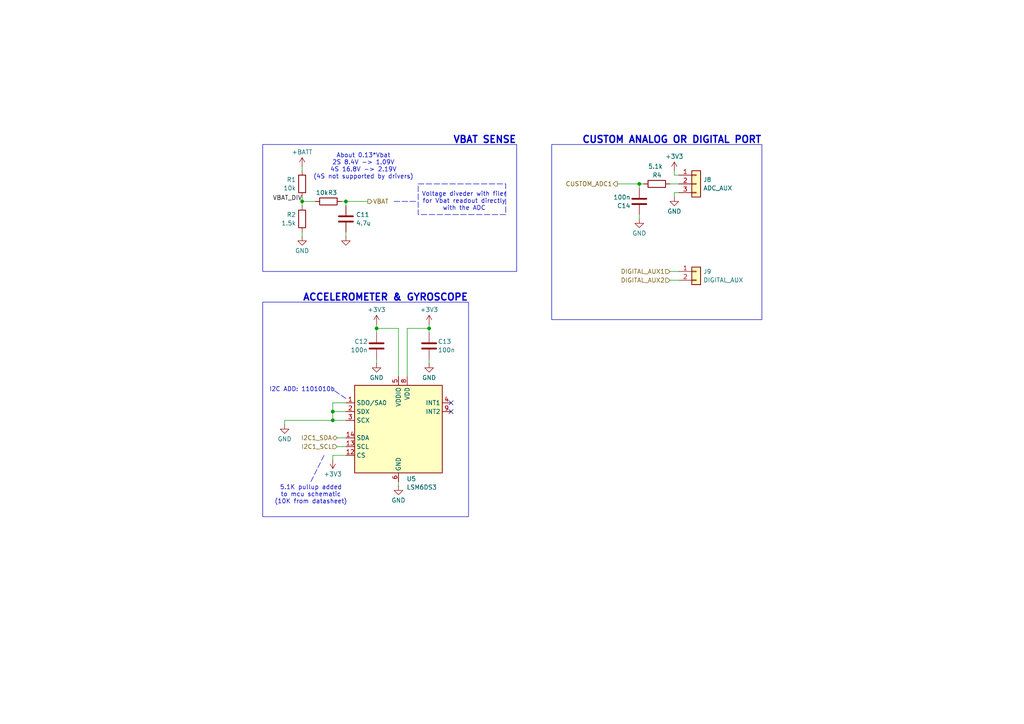
<source format=kicad_sch>
(kicad_sch
	(version 20250114)
	(generator "eeschema")
	(generator_version "9.0")
	(uuid "c7f7f791-9a84-46ad-b66b-2fa59e92b8e1")
	(paper "A4")
	(title_block
		(title "Ant Robot control board")
		(date "2025-05-05")
		(rev "2.0")
		(company "Filippo Castellan")
	)
	(lib_symbols
		(symbol "Connector_Generic:Conn_01x02"
			(pin_names
				(offset 1.016)
				(hide yes)
			)
			(exclude_from_sim no)
			(in_bom yes)
			(on_board yes)
			(property "Reference" "J"
				(at 0 2.54 0)
				(effects
					(font
						(size 1.27 1.27)
					)
				)
			)
			(property "Value" "Conn_01x02"
				(at 0 -5.08 0)
				(effects
					(font
						(size 1.27 1.27)
					)
				)
			)
			(property "Footprint" ""
				(at 0 0 0)
				(effects
					(font
						(size 1.27 1.27)
					)
					(hide yes)
				)
			)
			(property "Datasheet" "~"
				(at 0 0 0)
				(effects
					(font
						(size 1.27 1.27)
					)
					(hide yes)
				)
			)
			(property "Description" "Generic connector, single row, 01x02, script generated (kicad-library-utils/schlib/autogen/connector/)"
				(at 0 0 0)
				(effects
					(font
						(size 1.27 1.27)
					)
					(hide yes)
				)
			)
			(property "ki_keywords" "connector"
				(at 0 0 0)
				(effects
					(font
						(size 1.27 1.27)
					)
					(hide yes)
				)
			)
			(property "ki_fp_filters" "Connector*:*_1x??_*"
				(at 0 0 0)
				(effects
					(font
						(size 1.27 1.27)
					)
					(hide yes)
				)
			)
			(symbol "Conn_01x02_1_1"
				(rectangle
					(start -1.27 1.27)
					(end 1.27 -3.81)
					(stroke
						(width 0.254)
						(type default)
					)
					(fill
						(type background)
					)
				)
				(rectangle
					(start -1.27 0.127)
					(end 0 -0.127)
					(stroke
						(width 0.1524)
						(type default)
					)
					(fill
						(type none)
					)
				)
				(rectangle
					(start -1.27 -2.413)
					(end 0 -2.667)
					(stroke
						(width 0.1524)
						(type default)
					)
					(fill
						(type none)
					)
				)
				(pin passive line
					(at -5.08 0 0)
					(length 3.81)
					(name "Pin_1"
						(effects
							(font
								(size 1.27 1.27)
							)
						)
					)
					(number "1"
						(effects
							(font
								(size 1.27 1.27)
							)
						)
					)
				)
				(pin passive line
					(at -5.08 -2.54 0)
					(length 3.81)
					(name "Pin_2"
						(effects
							(font
								(size 1.27 1.27)
							)
						)
					)
					(number "2"
						(effects
							(font
								(size 1.27 1.27)
							)
						)
					)
				)
			)
			(embedded_fonts no)
		)
		(symbol "Connector_Generic:Conn_01x03"
			(pin_names
				(offset 1.016)
				(hide yes)
			)
			(exclude_from_sim no)
			(in_bom yes)
			(on_board yes)
			(property "Reference" "J"
				(at 0 5.08 0)
				(effects
					(font
						(size 1.27 1.27)
					)
				)
			)
			(property "Value" "Conn_01x03"
				(at 0 -5.08 0)
				(effects
					(font
						(size 1.27 1.27)
					)
				)
			)
			(property "Footprint" ""
				(at 0 0 0)
				(effects
					(font
						(size 1.27 1.27)
					)
					(hide yes)
				)
			)
			(property "Datasheet" "~"
				(at 0 0 0)
				(effects
					(font
						(size 1.27 1.27)
					)
					(hide yes)
				)
			)
			(property "Description" "Generic connector, single row, 01x03, script generated (kicad-library-utils/schlib/autogen/connector/)"
				(at 0 0 0)
				(effects
					(font
						(size 1.27 1.27)
					)
					(hide yes)
				)
			)
			(property "ki_keywords" "connector"
				(at 0 0 0)
				(effects
					(font
						(size 1.27 1.27)
					)
					(hide yes)
				)
			)
			(property "ki_fp_filters" "Connector*:*_1x??_*"
				(at 0 0 0)
				(effects
					(font
						(size 1.27 1.27)
					)
					(hide yes)
				)
			)
			(symbol "Conn_01x03_1_1"
				(rectangle
					(start -1.27 3.81)
					(end 1.27 -3.81)
					(stroke
						(width 0.254)
						(type default)
					)
					(fill
						(type background)
					)
				)
				(rectangle
					(start -1.27 2.667)
					(end 0 2.413)
					(stroke
						(width 0.1524)
						(type default)
					)
					(fill
						(type none)
					)
				)
				(rectangle
					(start -1.27 0.127)
					(end 0 -0.127)
					(stroke
						(width 0.1524)
						(type default)
					)
					(fill
						(type none)
					)
				)
				(rectangle
					(start -1.27 -2.413)
					(end 0 -2.667)
					(stroke
						(width 0.1524)
						(type default)
					)
					(fill
						(type none)
					)
				)
				(pin passive line
					(at -5.08 2.54 0)
					(length 3.81)
					(name "Pin_1"
						(effects
							(font
								(size 1.27 1.27)
							)
						)
					)
					(number "1"
						(effects
							(font
								(size 1.27 1.27)
							)
						)
					)
				)
				(pin passive line
					(at -5.08 0 0)
					(length 3.81)
					(name "Pin_2"
						(effects
							(font
								(size 1.27 1.27)
							)
						)
					)
					(number "2"
						(effects
							(font
								(size 1.27 1.27)
							)
						)
					)
				)
				(pin passive line
					(at -5.08 -2.54 0)
					(length 3.81)
					(name "Pin_3"
						(effects
							(font
								(size 1.27 1.27)
							)
						)
					)
					(number "3"
						(effects
							(font
								(size 1.27 1.27)
							)
						)
					)
				)
			)
			(embedded_fonts no)
		)
		(symbol "Device:C"
			(pin_numbers
				(hide yes)
			)
			(pin_names
				(offset 0.254)
			)
			(exclude_from_sim no)
			(in_bom yes)
			(on_board yes)
			(property "Reference" "C"
				(at 0.635 2.54 0)
				(effects
					(font
						(size 1.27 1.27)
					)
					(justify left)
				)
			)
			(property "Value" "C"
				(at 0.635 -2.54 0)
				(effects
					(font
						(size 1.27 1.27)
					)
					(justify left)
				)
			)
			(property "Footprint" ""
				(at 0.9652 -3.81 0)
				(effects
					(font
						(size 1.27 1.27)
					)
					(hide yes)
				)
			)
			(property "Datasheet" "~"
				(at 0 0 0)
				(effects
					(font
						(size 1.27 1.27)
					)
					(hide yes)
				)
			)
			(property "Description" "Unpolarized capacitor"
				(at 0 0 0)
				(effects
					(font
						(size 1.27 1.27)
					)
					(hide yes)
				)
			)
			(property "ki_keywords" "cap capacitor"
				(at 0 0 0)
				(effects
					(font
						(size 1.27 1.27)
					)
					(hide yes)
				)
			)
			(property "ki_fp_filters" "C_*"
				(at 0 0 0)
				(effects
					(font
						(size 1.27 1.27)
					)
					(hide yes)
				)
			)
			(symbol "C_0_1"
				(polyline
					(pts
						(xy -2.032 0.762) (xy 2.032 0.762)
					)
					(stroke
						(width 0.508)
						(type default)
					)
					(fill
						(type none)
					)
				)
				(polyline
					(pts
						(xy -2.032 -0.762) (xy 2.032 -0.762)
					)
					(stroke
						(width 0.508)
						(type default)
					)
					(fill
						(type none)
					)
				)
			)
			(symbol "C_1_1"
				(pin passive line
					(at 0 3.81 270)
					(length 2.794)
					(name "~"
						(effects
							(font
								(size 1.27 1.27)
							)
						)
					)
					(number "1"
						(effects
							(font
								(size 1.27 1.27)
							)
						)
					)
				)
				(pin passive line
					(at 0 -3.81 90)
					(length 2.794)
					(name "~"
						(effects
							(font
								(size 1.27 1.27)
							)
						)
					)
					(number "2"
						(effects
							(font
								(size 1.27 1.27)
							)
						)
					)
				)
			)
			(embedded_fonts no)
		)
		(symbol "Device:R"
			(pin_numbers
				(hide yes)
			)
			(pin_names
				(offset 0)
			)
			(exclude_from_sim no)
			(in_bom yes)
			(on_board yes)
			(property "Reference" "R"
				(at 2.032 0 90)
				(effects
					(font
						(size 1.27 1.27)
					)
				)
			)
			(property "Value" "R"
				(at 0 0 90)
				(effects
					(font
						(size 1.27 1.27)
					)
				)
			)
			(property "Footprint" ""
				(at -1.778 0 90)
				(effects
					(font
						(size 1.27 1.27)
					)
					(hide yes)
				)
			)
			(property "Datasheet" "~"
				(at 0 0 0)
				(effects
					(font
						(size 1.27 1.27)
					)
					(hide yes)
				)
			)
			(property "Description" "Resistor"
				(at 0 0 0)
				(effects
					(font
						(size 1.27 1.27)
					)
					(hide yes)
				)
			)
			(property "ki_keywords" "R res resistor"
				(at 0 0 0)
				(effects
					(font
						(size 1.27 1.27)
					)
					(hide yes)
				)
			)
			(property "ki_fp_filters" "R_*"
				(at 0 0 0)
				(effects
					(font
						(size 1.27 1.27)
					)
					(hide yes)
				)
			)
			(symbol "R_0_1"
				(rectangle
					(start -1.016 -2.54)
					(end 1.016 2.54)
					(stroke
						(width 0.254)
						(type default)
					)
					(fill
						(type none)
					)
				)
			)
			(symbol "R_1_1"
				(pin passive line
					(at 0 3.81 270)
					(length 1.27)
					(name "~"
						(effects
							(font
								(size 1.27 1.27)
							)
						)
					)
					(number "1"
						(effects
							(font
								(size 1.27 1.27)
							)
						)
					)
				)
				(pin passive line
					(at 0 -3.81 90)
					(length 1.27)
					(name "~"
						(effects
							(font
								(size 1.27 1.27)
							)
						)
					)
					(number "2"
						(effects
							(font
								(size 1.27 1.27)
							)
						)
					)
				)
			)
			(embedded_fonts no)
		)
		(symbol "Sensor_Motion:LSM6DS3"
			(exclude_from_sim no)
			(in_bom yes)
			(on_board yes)
			(property "Reference" "U"
				(at -11.43 15.24 0)
				(effects
					(font
						(size 1.27 1.27)
					)
					(justify left)
				)
			)
			(property "Value" "LSM6DS3"
				(at -11.43 12.7 0)
				(effects
					(font
						(size 1.27 1.27)
					)
					(justify left bottom)
				)
			)
			(property "Footprint" "Package_LGA:LGA-14_3x2.5mm_P0.5mm_LayoutBorder3x4y"
				(at -10.16 -17.78 0)
				(effects
					(font
						(size 1.27 1.27)
					)
					(justify left)
					(hide yes)
				)
			)
			(property "Datasheet" "https://www.st.com/resource/en/datasheet/lsm6ds3tr-c.pdf"
				(at 2.54 -16.51 0)
				(effects
					(font
						(size 1.27 1.27)
					)
					(hide yes)
				)
			)
			(property "Description" "I2C/SPI, iNEMO inertial module: always-on 3D accelerometer and 3D gyroscope"
				(at 0 0 0)
				(effects
					(font
						(size 1.27 1.27)
					)
					(hide yes)
				)
			)
			(property "ki_keywords" "Accelerometer Gyroscope MEMS"
				(at 0 0 0)
				(effects
					(font
						(size 1.27 1.27)
					)
					(hide yes)
				)
			)
			(property "ki_fp_filters" "LGA*3x2.5mm*P0.5mm*LayoutBorder3x4y*"
				(at 0 0 0)
				(effects
					(font
						(size 1.27 1.27)
					)
					(hide yes)
				)
			)
			(symbol "LSM6DS3_0_1"
				(rectangle
					(start -12.7 12.7)
					(end 12.7 -12.7)
					(stroke
						(width 0.254)
						(type default)
					)
					(fill
						(type background)
					)
				)
			)
			(symbol "LSM6DS3_1_1"
				(pin bidirectional line
					(at -15.24 7.62 0)
					(length 2.54)
					(name "SDO/SA0"
						(effects
							(font
								(size 1.27 1.27)
							)
						)
					)
					(number "1"
						(effects
							(font
								(size 1.27 1.27)
							)
						)
					)
				)
				(pin bidirectional line
					(at -15.24 5.08 0)
					(length 2.54)
					(name "SDX"
						(effects
							(font
								(size 1.27 1.27)
							)
						)
					)
					(number "2"
						(effects
							(font
								(size 1.27 1.27)
							)
						)
					)
				)
				(pin input line
					(at -15.24 2.54 0)
					(length 2.54)
					(name "SCX"
						(effects
							(font
								(size 1.27 1.27)
							)
						)
					)
					(number "3"
						(effects
							(font
								(size 1.27 1.27)
							)
						)
					)
				)
				(pin bidirectional line
					(at -15.24 -2.54 0)
					(length 2.54)
					(name "SDA"
						(effects
							(font
								(size 1.27 1.27)
							)
						)
					)
					(number "14"
						(effects
							(font
								(size 1.27 1.27)
							)
						)
					)
				)
				(pin input line
					(at -15.24 -5.08 0)
					(length 2.54)
					(name "SCL"
						(effects
							(font
								(size 1.27 1.27)
							)
						)
					)
					(number "13"
						(effects
							(font
								(size 1.27 1.27)
							)
						)
					)
				)
				(pin input line
					(at -15.24 -7.62 0)
					(length 2.54)
					(name "CS"
						(effects
							(font
								(size 1.27 1.27)
							)
						)
					)
					(number "12"
						(effects
							(font
								(size 1.27 1.27)
							)
						)
					)
				)
				(pin power_in line
					(at 0 15.24 270)
					(length 2.54)
					(name "VDDIO"
						(effects
							(font
								(size 1.27 1.27)
							)
						)
					)
					(number "5"
						(effects
							(font
								(size 1.27 1.27)
							)
						)
					)
				)
				(pin power_in line
					(at 0 -15.24 90)
					(length 2.54)
					(name "GND"
						(effects
							(font
								(size 1.27 1.27)
							)
						)
					)
					(number "6"
						(effects
							(font
								(size 1.27 1.27)
							)
						)
					)
				)
				(pin passive line
					(at 0 -15.24 90)
					(length 2.54)
					(hide yes)
					(name "GND"
						(effects
							(font
								(size 1.27 1.27)
							)
						)
					)
					(number "7"
						(effects
							(font
								(size 1.27 1.27)
							)
						)
					)
				)
				(pin power_in line
					(at 2.54 15.24 270)
					(length 2.54)
					(name "VDD"
						(effects
							(font
								(size 1.27 1.27)
							)
						)
					)
					(number "8"
						(effects
							(font
								(size 1.27 1.27)
							)
						)
					)
				)
				(pin no_connect line
					(at 12.7 -2.54 180)
					(length 3.81)
					(hide yes)
					(name "NC"
						(effects
							(font
								(size 1.27 1.27)
							)
						)
					)
					(number "11"
						(effects
							(font
								(size 1.27 1.27)
							)
						)
					)
				)
				(pin no_connect line
					(at 12.7 -5.08 180)
					(length 3.81)
					(hide yes)
					(name "NC"
						(effects
							(font
								(size 1.27 1.27)
							)
						)
					)
					(number "10"
						(effects
							(font
								(size 1.27 1.27)
							)
						)
					)
				)
				(pin output line
					(at 15.24 7.62 180)
					(length 2.54)
					(name "INT1"
						(effects
							(font
								(size 1.27 1.27)
							)
						)
					)
					(number "4"
						(effects
							(font
								(size 1.27 1.27)
							)
						)
					)
				)
				(pin output line
					(at 15.24 5.08 180)
					(length 2.54)
					(name "INT2"
						(effects
							(font
								(size 1.27 1.27)
							)
						)
					)
					(number "9"
						(effects
							(font
								(size 1.27 1.27)
							)
						)
					)
				)
			)
			(embedded_fonts no)
		)
		(symbol "power:+3V3"
			(power)
			(pin_numbers
				(hide yes)
			)
			(pin_names
				(offset 0)
				(hide yes)
			)
			(exclude_from_sim no)
			(in_bom yes)
			(on_board yes)
			(property "Reference" "#PWR"
				(at 0 -3.81 0)
				(effects
					(font
						(size 1.27 1.27)
					)
					(hide yes)
				)
			)
			(property "Value" "+3V3"
				(at 0 3.556 0)
				(effects
					(font
						(size 1.27 1.27)
					)
				)
			)
			(property "Footprint" ""
				(at 0 0 0)
				(effects
					(font
						(size 1.27 1.27)
					)
					(hide yes)
				)
			)
			(property "Datasheet" ""
				(at 0 0 0)
				(effects
					(font
						(size 1.27 1.27)
					)
					(hide yes)
				)
			)
			(property "Description" "Power symbol creates a global label with name \"+3V3\""
				(at 0 0 0)
				(effects
					(font
						(size 1.27 1.27)
					)
					(hide yes)
				)
			)
			(property "ki_keywords" "global power"
				(at 0 0 0)
				(effects
					(font
						(size 1.27 1.27)
					)
					(hide yes)
				)
			)
			(symbol "+3V3_0_1"
				(polyline
					(pts
						(xy -0.762 1.27) (xy 0 2.54)
					)
					(stroke
						(width 0)
						(type default)
					)
					(fill
						(type none)
					)
				)
				(polyline
					(pts
						(xy 0 2.54) (xy 0.762 1.27)
					)
					(stroke
						(width 0)
						(type default)
					)
					(fill
						(type none)
					)
				)
				(polyline
					(pts
						(xy 0 0) (xy 0 2.54)
					)
					(stroke
						(width 0)
						(type default)
					)
					(fill
						(type none)
					)
				)
			)
			(symbol "+3V3_1_1"
				(pin power_in line
					(at 0 0 90)
					(length 0)
					(name "~"
						(effects
							(font
								(size 1.27 1.27)
							)
						)
					)
					(number "1"
						(effects
							(font
								(size 1.27 1.27)
							)
						)
					)
				)
			)
			(embedded_fonts no)
		)
		(symbol "power:+BATT"
			(power)
			(pin_numbers
				(hide yes)
			)
			(pin_names
				(offset 0)
				(hide yes)
			)
			(exclude_from_sim no)
			(in_bom yes)
			(on_board yes)
			(property "Reference" "#PWR"
				(at 0 -3.81 0)
				(effects
					(font
						(size 1.27 1.27)
					)
					(hide yes)
				)
			)
			(property "Value" "+BATT"
				(at 0 3.556 0)
				(effects
					(font
						(size 1.27 1.27)
					)
				)
			)
			(property "Footprint" ""
				(at 0 0 0)
				(effects
					(font
						(size 1.27 1.27)
					)
					(hide yes)
				)
			)
			(property "Datasheet" ""
				(at 0 0 0)
				(effects
					(font
						(size 1.27 1.27)
					)
					(hide yes)
				)
			)
			(property "Description" "Power symbol creates a global label with name \"+BATT\""
				(at 0 0 0)
				(effects
					(font
						(size 1.27 1.27)
					)
					(hide yes)
				)
			)
			(property "ki_keywords" "global power battery"
				(at 0 0 0)
				(effects
					(font
						(size 1.27 1.27)
					)
					(hide yes)
				)
			)
			(symbol "+BATT_0_1"
				(polyline
					(pts
						(xy -0.762 1.27) (xy 0 2.54)
					)
					(stroke
						(width 0)
						(type default)
					)
					(fill
						(type none)
					)
				)
				(polyline
					(pts
						(xy 0 2.54) (xy 0.762 1.27)
					)
					(stroke
						(width 0)
						(type default)
					)
					(fill
						(type none)
					)
				)
				(polyline
					(pts
						(xy 0 0) (xy 0 2.54)
					)
					(stroke
						(width 0)
						(type default)
					)
					(fill
						(type none)
					)
				)
			)
			(symbol "+BATT_1_1"
				(pin power_in line
					(at 0 0 90)
					(length 0)
					(name "~"
						(effects
							(font
								(size 1.27 1.27)
							)
						)
					)
					(number "1"
						(effects
							(font
								(size 1.27 1.27)
							)
						)
					)
				)
			)
			(embedded_fonts no)
		)
		(symbol "power:GND"
			(power)
			(pin_numbers
				(hide yes)
			)
			(pin_names
				(offset 0)
				(hide yes)
			)
			(exclude_from_sim no)
			(in_bom yes)
			(on_board yes)
			(property "Reference" "#PWR"
				(at 0 -6.35 0)
				(effects
					(font
						(size 1.27 1.27)
					)
					(hide yes)
				)
			)
			(property "Value" "GND"
				(at 0 -3.81 0)
				(effects
					(font
						(size 1.27 1.27)
					)
				)
			)
			(property "Footprint" ""
				(at 0 0 0)
				(effects
					(font
						(size 1.27 1.27)
					)
					(hide yes)
				)
			)
			(property "Datasheet" ""
				(at 0 0 0)
				(effects
					(font
						(size 1.27 1.27)
					)
					(hide yes)
				)
			)
			(property "Description" "Power symbol creates a global label with name \"GND\" , ground"
				(at 0 0 0)
				(effects
					(font
						(size 1.27 1.27)
					)
					(hide yes)
				)
			)
			(property "ki_keywords" "global power"
				(at 0 0 0)
				(effects
					(font
						(size 1.27 1.27)
					)
					(hide yes)
				)
			)
			(symbol "GND_0_1"
				(polyline
					(pts
						(xy 0 0) (xy 0 -1.27) (xy 1.27 -1.27) (xy 0 -2.54) (xy -1.27 -1.27) (xy 0 -1.27)
					)
					(stroke
						(width 0)
						(type default)
					)
					(fill
						(type none)
					)
				)
			)
			(symbol "GND_1_1"
				(pin power_in line
					(at 0 0 270)
					(length 0)
					(name "~"
						(effects
							(font
								(size 1.27 1.27)
							)
						)
					)
					(number "1"
						(effects
							(font
								(size 1.27 1.27)
							)
						)
					)
				)
			)
			(embedded_fonts no)
		)
	)
	(rectangle
		(start 160.02 41.91)
		(end 220.98 92.71)
		(stroke
			(width 0)
			(type default)
		)
		(fill
			(type none)
		)
		(uuid 147d26a2-586c-4024-bbc9-347bb101f8bd)
	)
	(rectangle
		(start 76.2 41.91)
		(end 149.86 78.74)
		(stroke
			(width 0)
			(type default)
		)
		(fill
			(type none)
		)
		(uuid 8b80aa8e-84f0-4e8e-b7b9-3cc9aedff0f5)
	)
	(rectangle
		(start 121.285 53.34)
		(end 146.685 62.23)
		(stroke
			(width 0)
			(type dash)
		)
		(fill
			(type none)
		)
		(uuid c08d291e-8768-4632-90f7-38bd89884bf6)
	)
	(rectangle
		(start 76.2 87.63)
		(end 135.89 149.86)
		(stroke
			(width 0)
			(type default)
		)
		(fill
			(type none)
		)
		(uuid edbcd1da-0be3-4b1b-9457-a701a9967d81)
	)
	(text "VBAT SENSE"
		(exclude_from_sim no)
		(at 149.86 40.64 0)
		(effects
			(font
				(size 2 2)
				(thickness 0.4)
				(bold yes)
			)
			(justify right)
		)
		(uuid "06bacd71-092d-436c-861f-99836a1a3679")
	)
	(text "About 0.13*Vbat\n2S 8.4V -> 1.09V\n4S 16.8V -> 2.19V\n(4S not supported by drivers)"
		(exclude_from_sim no)
		(at 105.41 48.26 0)
		(effects
			(font
				(size 1.27 1.27)
			)
		)
		(uuid "198207cd-8b38-477b-bce8-a8ce8e19b4e1")
	)
	(text "Voltage diveder with filer\nfor Vbat readout directly\nwith the ADC"
		(exclude_from_sim no)
		(at 134.62 58.42 0)
		(effects
			(font
				(size 1.27 1.27)
			)
		)
		(uuid "9507672b-c31b-4b05-9dcd-55c3584f21dd")
	)
	(text "CUSTOM ANALOG OR DIGITAL PORT"
		(exclude_from_sim no)
		(at 220.98 40.64 0)
		(effects
			(font
				(size 2 2)
				(thickness 0.4)
				(bold yes)
			)
			(justify right)
		)
		(uuid "b4aff678-b5a7-4a33-ad0b-63ddd8ba026b")
	)
	(text "ACCELEROMETER & GYROSCOPE"
		(exclude_from_sim no)
		(at 135.89 86.36 0)
		(effects
			(font
				(size 2 2)
				(thickness 0.4)
				(bold yes)
			)
			(justify right)
		)
		(uuid "bb31a74f-dad5-4ab0-aafa-8c2bd498b58e")
	)
	(text "5.1K pullup added\nto mcu schematic\n(10K from datasheet)"
		(exclude_from_sim no)
		(at 90.17 143.51 0)
		(effects
			(font
				(size 1.27 1.27)
			)
		)
		(uuid "bb987c1e-ccd2-4c5f-8497-9ec7854c1d5d")
	)
	(text "I2C ADD: 1101010b"
		(exclude_from_sim no)
		(at 87.63 113.03 0)
		(effects
			(font
				(size 1.27 1.27)
			)
		)
		(uuid "f743acaf-1482-4541-86f2-0331b1f8a2f3")
	)
	(junction
		(at 109.22 95.25)
		(diameter 0)
		(color 0 0 0 0)
		(uuid "1b8f6d6e-a270-4226-982c-e4bd9500955b")
	)
	(junction
		(at 100.33 58.42)
		(diameter 0)
		(color 0 0 0 0)
		(uuid "57ad2b89-c584-4bdc-835d-bd5fe292897a")
	)
	(junction
		(at 124.46 95.25)
		(diameter 0)
		(color 0 0 0 0)
		(uuid "993187be-20ff-4be5-9a3e-33251588579e")
	)
	(junction
		(at 87.63 58.42)
		(diameter 0)
		(color 0 0 0 0)
		(uuid "abec046d-b20f-4959-9526-f3d6c3521c16")
	)
	(junction
		(at 185.42 53.34)
		(diameter 0)
		(color 0 0 0 0)
		(uuid "be06ec5d-8685-4d2e-9284-1654e6974a29")
	)
	(junction
		(at 96.52 119.38)
		(diameter 0)
		(color 0 0 0 0)
		(uuid "e68e63f3-f039-4cdd-ac81-924b7daa00dc")
	)
	(junction
		(at 96.52 121.92)
		(diameter 0)
		(color 0 0 0 0)
		(uuid "ec2ca153-c178-4e6f-aafd-ac59adebc210")
	)
	(no_connect
		(at 130.81 119.38)
		(uuid "861ce678-e2d6-4da4-840c-cc2ec5f8d87f")
	)
	(no_connect
		(at 130.81 116.84)
		(uuid "c1580fe1-19e0-47ed-a1c1-d5da2d4c2884")
	)
	(wire
		(pts
			(xy 185.42 62.23) (xy 185.42 63.5)
		)
		(stroke
			(width 0)
			(type default)
		)
		(uuid "1dfd6229-7d7f-410c-a01d-c87b9b9aa797")
	)
	(wire
		(pts
			(xy 87.63 58.42) (xy 87.63 59.69)
		)
		(stroke
			(width 0)
			(type default)
		)
		(uuid "22cd9104-9a14-4f57-941c-ff628eedae50")
	)
	(wire
		(pts
			(xy 96.52 132.08) (xy 100.33 132.08)
		)
		(stroke
			(width 0)
			(type default)
		)
		(uuid "264821d6-922c-43d6-92c3-aaade474a527")
	)
	(wire
		(pts
			(xy 194.31 81.28) (xy 196.85 81.28)
		)
		(stroke
			(width 0)
			(type default)
		)
		(uuid "2ade0ea9-f914-4014-9c80-f41cf1f3b226")
	)
	(wire
		(pts
			(xy 87.63 48.26) (xy 87.63 49.53)
		)
		(stroke
			(width 0)
			(type default)
		)
		(uuid "2b287f56-f28a-4a58-a53e-5494e67621ef")
	)
	(wire
		(pts
			(xy 87.63 58.42) (xy 91.44 58.42)
		)
		(stroke
			(width 0)
			(type default)
		)
		(uuid "2e661532-2d69-4073-beb5-1ee6cbe0b20b")
	)
	(wire
		(pts
			(xy 118.11 95.25) (xy 124.46 95.25)
		)
		(stroke
			(width 0)
			(type default)
		)
		(uuid "3616ae68-f73e-40ed-b440-7ad80fcd5b12")
	)
	(wire
		(pts
			(xy 97.79 127) (xy 100.33 127)
		)
		(stroke
			(width 0)
			(type default)
		)
		(uuid "43c60ec9-87c5-4332-b8fd-b6119f1a5e5e")
	)
	(wire
		(pts
			(xy 82.55 123.19) (xy 82.55 121.92)
		)
		(stroke
			(width 0)
			(type default)
		)
		(uuid "4fbb3480-f7bc-437f-8c47-e10587543249")
	)
	(wire
		(pts
			(xy 118.11 109.22) (xy 118.11 95.25)
		)
		(stroke
			(width 0)
			(type default)
		)
		(uuid "53d9509e-5e52-40f6-9ab7-fecd13e6e924")
	)
	(wire
		(pts
			(xy 100.33 119.38) (xy 96.52 119.38)
		)
		(stroke
			(width 0)
			(type default)
		)
		(uuid "55b2dd7f-b86f-4144-beba-e8682bf7fe69")
	)
	(wire
		(pts
			(xy 115.57 95.25) (xy 115.57 109.22)
		)
		(stroke
			(width 0)
			(type default)
		)
		(uuid "57cd8305-7e6f-433d-a9b8-feb03f5744b0")
	)
	(wire
		(pts
			(xy 195.58 50.8) (xy 196.85 50.8)
		)
		(stroke
			(width 0)
			(type default)
		)
		(uuid "59e83c8e-13df-4486-8c20-126fa625abf6")
	)
	(wire
		(pts
			(xy 186.69 53.34) (xy 185.42 53.34)
		)
		(stroke
			(width 0)
			(type default)
		)
		(uuid "5d6d2cd5-c95e-46cd-8fea-f79190d1b7e8")
	)
	(polyline
		(pts
			(xy 100.33 115.57) (xy 96.52 113.03)
		)
		(stroke
			(width 0)
			(type dash)
		)
		(uuid "5f18b53b-a238-4ffd-bd9b-c826fe09511a")
	)
	(wire
		(pts
			(xy 96.52 121.92) (xy 100.33 121.92)
		)
		(stroke
			(width 0)
			(type default)
		)
		(uuid "64579b90-d8d8-4782-9bd5-7c47062c4cb3")
	)
	(wire
		(pts
			(xy 99.06 58.42) (xy 100.33 58.42)
		)
		(stroke
			(width 0)
			(type default)
		)
		(uuid "73b91866-1c24-4ce2-bae8-c725a6f9f858")
	)
	(wire
		(pts
			(xy 109.22 104.14) (xy 109.22 105.41)
		)
		(stroke
			(width 0)
			(type default)
		)
		(uuid "77a2e1d9-486c-41da-b1ad-c7d16a861c5a")
	)
	(wire
		(pts
			(xy 185.42 53.34) (xy 185.42 54.61)
		)
		(stroke
			(width 0)
			(type default)
		)
		(uuid "7d8047e6-3eb0-4eb8-bf45-9767e14b599d")
	)
	(wire
		(pts
			(xy 96.52 116.84) (xy 96.52 119.38)
		)
		(stroke
			(width 0)
			(type default)
		)
		(uuid "870a4c30-a32e-4e8f-9063-84d594850175")
	)
	(wire
		(pts
			(xy 194.31 78.74) (xy 196.85 78.74)
		)
		(stroke
			(width 0)
			(type default)
		)
		(uuid "891cb806-7b52-4379-854b-4f41354c427d")
	)
	(wire
		(pts
			(xy 109.22 95.25) (xy 109.22 96.52)
		)
		(stroke
			(width 0)
			(type default)
		)
		(uuid "93ce0ae0-1fe1-4cdc-86ad-e417e7732f4e")
	)
	(wire
		(pts
			(xy 124.46 96.52) (xy 124.46 95.25)
		)
		(stroke
			(width 0)
			(type default)
		)
		(uuid "94d282c1-55ea-4181-999b-99976bd177cf")
	)
	(wire
		(pts
			(xy 100.33 67.31) (xy 100.33 68.58)
		)
		(stroke
			(width 0)
			(type default)
		)
		(uuid "9a7222ee-2a6d-455e-b71f-6398e665d080")
	)
	(polyline
		(pts
			(xy 93.98 132.08) (xy 90.17 139.7)
		)
		(stroke
			(width 0)
			(type dash)
		)
		(uuid "9a75ba00-191b-42e1-8f31-aabb50431f37")
	)
	(wire
		(pts
			(xy 194.31 53.34) (xy 196.85 53.34)
		)
		(stroke
			(width 0)
			(type default)
		)
		(uuid "9ccb04f3-bae4-4031-9a27-3255f386234a")
	)
	(wire
		(pts
			(xy 109.22 93.98) (xy 109.22 95.25)
		)
		(stroke
			(width 0)
			(type default)
		)
		(uuid "9e5b9d52-eafd-448a-bcdd-c905ba426436")
	)
	(wire
		(pts
			(xy 195.58 55.88) (xy 195.58 57.15)
		)
		(stroke
			(width 0)
			(type default)
		)
		(uuid "a66ca30b-6ddd-4eba-88b8-82be14cdfec6")
	)
	(wire
		(pts
			(xy 115.57 95.25) (xy 109.22 95.25)
		)
		(stroke
			(width 0)
			(type default)
		)
		(uuid "a7f2dca8-d076-4bbe-9008-a3a0da440f92")
	)
	(wire
		(pts
			(xy 124.46 93.98) (xy 124.46 95.25)
		)
		(stroke
			(width 0)
			(type default)
		)
		(uuid "a80dfe23-f97f-4323-810e-be6a9f9ddf62")
	)
	(polyline
		(pts
			(xy 114.3 58.42) (xy 120.65 58.42)
		)
		(stroke
			(width 0)
			(type dash)
		)
		(uuid "ae6380f2-c2de-40b3-b211-33548e460424")
	)
	(wire
		(pts
			(xy 87.63 57.15) (xy 87.63 58.42)
		)
		(stroke
			(width 0)
			(type default)
		)
		(uuid "b32c01e5-1318-4984-9ed6-d63bdf8e8d8a")
	)
	(wire
		(pts
			(xy 124.46 104.14) (xy 124.46 105.41)
		)
		(stroke
			(width 0)
			(type default)
		)
		(uuid "b88aadc0-e56c-42cf-98a2-412674b3b466")
	)
	(wire
		(pts
			(xy 96.52 119.38) (xy 96.52 121.92)
		)
		(stroke
			(width 0)
			(type default)
		)
		(uuid "c2940e91-a2f6-4b6a-ad29-b243d577bb9d")
	)
	(wire
		(pts
			(xy 195.58 49.53) (xy 195.58 50.8)
		)
		(stroke
			(width 0)
			(type default)
		)
		(uuid "c9ace0d2-9802-49a6-8276-ecd661c163c4")
	)
	(wire
		(pts
			(xy 100.33 58.42) (xy 100.33 59.69)
		)
		(stroke
			(width 0)
			(type default)
		)
		(uuid "cea92fec-8908-4d3d-832b-254e5294ecb8")
	)
	(wire
		(pts
			(xy 87.63 67.31) (xy 87.63 68.58)
		)
		(stroke
			(width 0)
			(type default)
		)
		(uuid "d0860030-6412-4dc0-8f2e-39f71824a21d")
	)
	(wire
		(pts
			(xy 115.57 139.7) (xy 115.57 140.97)
		)
		(stroke
			(width 0)
			(type default)
		)
		(uuid "d54c9d98-3b69-4315-bf28-1dec2a7d7aa8")
	)
	(wire
		(pts
			(xy 196.85 55.88) (xy 195.58 55.88)
		)
		(stroke
			(width 0)
			(type default)
		)
		(uuid "d555ca45-65f6-46fa-bed5-674e46bafcd2")
	)
	(wire
		(pts
			(xy 96.52 121.92) (xy 82.55 121.92)
		)
		(stroke
			(width 0)
			(type default)
		)
		(uuid "db59e6a6-ef4a-4db4-a9bf-cdd2eea33b0a")
	)
	(wire
		(pts
			(xy 96.52 133.35) (xy 96.52 132.08)
		)
		(stroke
			(width 0)
			(type default)
		)
		(uuid "dc0a134f-6df7-41ea-a9b2-11a83767264e")
	)
	(wire
		(pts
			(xy 179.07 53.34) (xy 185.42 53.34)
		)
		(stroke
			(width 0)
			(type default)
		)
		(uuid "e04c29a1-59db-4f50-bd16-db525f555852")
	)
	(wire
		(pts
			(xy 100.33 116.84) (xy 96.52 116.84)
		)
		(stroke
			(width 0)
			(type default)
		)
		(uuid "e33fc443-f4ee-42c3-a112-e612690788a4")
	)
	(wire
		(pts
			(xy 97.79 129.54) (xy 100.33 129.54)
		)
		(stroke
			(width 0)
			(type default)
		)
		(uuid "e6f634a6-ba5f-411f-a929-6165a8365297")
	)
	(wire
		(pts
			(xy 106.68 58.42) (xy 100.33 58.42)
		)
		(stroke
			(width 0)
			(type default)
		)
		(uuid "eae00ea7-6e6a-4b4d-aa9e-9a764fe2b23e")
	)
	(label "VBAT_DIV"
		(at 87.63 58.42 180)
		(effects
			(font
				(size 1.27 1.27)
			)
			(justify right bottom)
		)
		(uuid "276d854c-60bf-4253-8e52-b3d65a33b636")
	)
	(hierarchical_label "DIGITAL_AUX2"
		(shape input)
		(at 194.31 81.28 180)
		(effects
			(font
				(size 1.27 1.27)
			)
			(justify right)
		)
		(uuid "1b60531c-f691-49f0-b83e-21b9a07a189d")
	)
	(hierarchical_label "I2C1_SCL"
		(shape input)
		(at 97.79 129.54 180)
		(effects
			(font
				(size 1.27 1.27)
			)
			(justify right)
		)
		(uuid "58db6f4f-c644-491c-ae0b-ddb22169e6d0")
	)
	(hierarchical_label "I2C1_SDA"
		(shape bidirectional)
		(at 97.79 127 180)
		(effects
			(font
				(size 1.27 1.27)
			)
			(justify right)
		)
		(uuid "67a80ba7-fb07-4844-b66f-1d019682cfac")
	)
	(hierarchical_label "DIGITAL_AUX1"
		(shape input)
		(at 194.31 78.74 180)
		(effects
			(font
				(size 1.27 1.27)
			)
			(justify right)
		)
		(uuid "7472f606-95b9-4e58-8f95-72abd65f12f7")
	)
	(hierarchical_label "CUSTOM_ADC1"
		(shape output)
		(at 179.07 53.34 180)
		(effects
			(font
				(size 1.27 1.27)
				(thickness 0.1588)
			)
			(justify right)
		)
		(uuid "d08a4797-c7c7-4c7a-952d-fa0a3ae94759")
	)
	(hierarchical_label "VBAT"
		(shape output)
		(at 106.68 58.42 0)
		(effects
			(font
				(size 1.27 1.27)
				(thickness 0.1588)
			)
			(justify left)
		)
		(uuid "d467a0f4-7f39-45c7-8cc5-24b2b56ee44f")
	)
	(symbol
		(lib_id "Sensor_Motion:LSM6DS3")
		(at 115.57 124.46 0)
		(unit 1)
		(exclude_from_sim no)
		(in_bom yes)
		(on_board yes)
		(dnp no)
		(fields_autoplaced yes)
		(uuid "1455d691-25bb-47e9-a785-0405ef86f2aa")
		(property "Reference" "U5"
			(at 117.9232 138.8908 0)
			(effects
				(font
					(size 1.27 1.27)
				)
				(justify left)
			)
		)
		(property "Value" "LSM6DS3"
			(at 117.9232 141.3364 0)
			(effects
				(font
					(size 1.27 1.27)
				)
				(justify left)
			)
		)
		(property "Footprint" "Package_LGA:LGA-14_3x2.5mm_P0.5mm_LayoutBorder3x4y"
			(at 105.41 142.24 0)
			(effects
				(font
					(size 1.27 1.27)
				)
				(justify left)
				(hide yes)
			)
		)
		(property "Datasheet" "https://www.st.com/resource/en/datasheet/lsm6ds3tr-c.pdf"
			(at 118.11 140.97 0)
			(effects
				(font
					(size 1.27 1.27)
				)
				(hide yes)
			)
		)
		(property "Description" "I2C/SPI, iNEMO inertial module: always-on 3D accelerometer and 3D gyroscope"
			(at 115.57 124.46 0)
			(effects
				(font
					(size 1.27 1.27)
				)
				(hide yes)
			)
		)
		(property "LCSC" "C967633"
			(at 115.57 124.46 0)
			(effects
				(font
					(size 1.27 1.27)
				)
				(hide yes)
			)
		)
		(pin "2"
			(uuid "0952c197-d3b8-4c58-a954-fc21053c0a5d")
		)
		(pin "10"
			(uuid "b36e10c6-0829-4996-a7df-4e2015791502")
		)
		(pin "9"
			(uuid "838014fd-2244-4cef-b064-22d762c17cc1")
		)
		(pin "11"
			(uuid "2f4b0599-7c2a-4ded-83b2-fdc2325c86e7")
		)
		(pin "4"
			(uuid "11b1d859-286e-4095-b11d-4065dc3ee96e")
		)
		(pin "1"
			(uuid "11b28a99-cb86-45e6-bdba-8b1d45553198")
		)
		(pin "13"
			(uuid "ce282b3e-d04e-470b-8b7b-82b7b7538b4a")
		)
		(pin "14"
			(uuid "a5ff88a2-a3db-4da5-bb6c-ff9c557de74f")
		)
		(pin "12"
			(uuid "9680d7bc-092d-414b-b3fa-8f7f80a8b274")
		)
		(pin "3"
			(uuid "b9809cc2-9bca-4da5-8300-b082f55b2fbf")
		)
		(pin "5"
			(uuid "5ca851d3-6962-4263-a95d-373972ab8d76")
		)
		(pin "6"
			(uuid "76c544ce-3123-4aae-a2cc-a9d074ffed64")
		)
		(pin "7"
			(uuid "3a191f0a-c0a6-4f12-a797-796e9d9c09b9")
		)
		(pin "8"
			(uuid "338bb67e-3c02-49c0-96b6-68724c8a2267")
		)
		(instances
			(project ""
				(path "/53484dc5-354c-4967-b00e-d73de62a4245/49a5e203-968c-4031-9c53-bf1710310062"
					(reference "U5")
					(unit 1)
				)
			)
		)
	)
	(symbol
		(lib_id "power:+3V3")
		(at 124.46 93.98 0)
		(unit 1)
		(exclude_from_sim no)
		(in_bom yes)
		(on_board yes)
		(dnp no)
		(fields_autoplaced yes)
		(uuid "245ae7fe-28ef-454f-940b-165000699b15")
		(property "Reference" "#PWR038"
			(at 124.46 97.79 0)
			(effects
				(font
					(size 1.27 1.27)
				)
				(hide yes)
			)
		)
		(property "Value" "+3V3"
			(at 124.46 89.8263 0)
			(effects
				(font
					(size 1.27 1.27)
				)
			)
		)
		(property "Footprint" ""
			(at 124.46 93.98 0)
			(effects
				(font
					(size 1.27 1.27)
				)
				(hide yes)
			)
		)
		(property "Datasheet" ""
			(at 124.46 93.98 0)
			(effects
				(font
					(size 1.27 1.27)
				)
				(hide yes)
			)
		)
		(property "Description" "Power symbol creates a global label with name \"+3V3\""
			(at 124.46 93.98 0)
			(effects
				(font
					(size 1.27 1.27)
				)
				(hide yes)
			)
		)
		(pin "1"
			(uuid "c87c54a2-960d-451c-a5d2-65183fc43792")
		)
		(instances
			(project "ant control board v2"
				(path "/53484dc5-354c-4967-b00e-d73de62a4245/49a5e203-968c-4031-9c53-bf1710310062"
					(reference "#PWR038")
					(unit 1)
				)
			)
		)
	)
	(symbol
		(lib_id "power:+3V3")
		(at 109.22 93.98 0)
		(unit 1)
		(exclude_from_sim no)
		(in_bom yes)
		(on_board yes)
		(dnp no)
		(fields_autoplaced yes)
		(uuid "2b0b4dca-8ff2-40a2-b221-675f6ad8f3bc")
		(property "Reference" "#PWR035"
			(at 109.22 97.79 0)
			(effects
				(font
					(size 1.27 1.27)
				)
				(hide yes)
			)
		)
		(property "Value" "+3V3"
			(at 109.22 89.8263 0)
			(effects
				(font
					(size 1.27 1.27)
				)
			)
		)
		(property "Footprint" ""
			(at 109.22 93.98 0)
			(effects
				(font
					(size 1.27 1.27)
				)
				(hide yes)
			)
		)
		(property "Datasheet" ""
			(at 109.22 93.98 0)
			(effects
				(font
					(size 1.27 1.27)
				)
				(hide yes)
			)
		)
		(property "Description" "Power symbol creates a global label with name \"+3V3\""
			(at 109.22 93.98 0)
			(effects
				(font
					(size 1.27 1.27)
				)
				(hide yes)
			)
		)
		(pin "1"
			(uuid "1d50f20f-e2c9-4883-9d3f-80cd134c7286")
		)
		(instances
			(project "ant control board v2"
				(path "/53484dc5-354c-4967-b00e-d73de62a4245/49a5e203-968c-4031-9c53-bf1710310062"
					(reference "#PWR035")
					(unit 1)
				)
			)
		)
	)
	(symbol
		(lib_id "power:GND")
		(at 124.46 105.41 0)
		(unit 1)
		(exclude_from_sim no)
		(in_bom yes)
		(on_board yes)
		(dnp no)
		(fields_autoplaced yes)
		(uuid "42dd68c9-5ed9-4b4d-aaab-216fbdbe6bac")
		(property "Reference" "#PWR039"
			(at 124.46 111.76 0)
			(effects
				(font
					(size 1.27 1.27)
				)
				(hide yes)
			)
		)
		(property "Value" "GND"
			(at 124.46 109.5538 0)
			(effects
				(font
					(size 1.27 1.27)
				)
			)
		)
		(property "Footprint" ""
			(at 124.46 105.41 0)
			(effects
				(font
					(size 1.27 1.27)
				)
				(hide yes)
			)
		)
		(property "Datasheet" ""
			(at 124.46 105.41 0)
			(effects
				(font
					(size 1.27 1.27)
				)
				(hide yes)
			)
		)
		(property "Description" "Power symbol creates a global label with name \"GND\" , ground"
			(at 124.46 105.41 0)
			(effects
				(font
					(size 1.27 1.27)
				)
				(hide yes)
			)
		)
		(pin "1"
			(uuid "5ed03ecd-3c7e-4ab6-a1ea-c8efb94a82f5")
		)
		(instances
			(project "ant control board v2"
				(path "/53484dc5-354c-4967-b00e-d73de62a4245/49a5e203-968c-4031-9c53-bf1710310062"
					(reference "#PWR039")
					(unit 1)
				)
			)
		)
	)
	(symbol
		(lib_id "power:GND")
		(at 115.57 140.97 0)
		(unit 1)
		(exclude_from_sim no)
		(in_bom yes)
		(on_board yes)
		(dnp no)
		(fields_autoplaced yes)
		(uuid "44e91e68-8e00-4173-b1a7-6f71082d81d7")
		(property "Reference" "#PWR037"
			(at 115.57 147.32 0)
			(effects
				(font
					(size 1.27 1.27)
				)
				(hide yes)
			)
		)
		(property "Value" "GND"
			(at 115.57 145.1138 0)
			(effects
				(font
					(size 1.27 1.27)
				)
			)
		)
		(property "Footprint" ""
			(at 115.57 140.97 0)
			(effects
				(font
					(size 1.27 1.27)
				)
				(hide yes)
			)
		)
		(property "Datasheet" ""
			(at 115.57 140.97 0)
			(effects
				(font
					(size 1.27 1.27)
				)
				(hide yes)
			)
		)
		(property "Description" "Power symbol creates a global label with name \"GND\" , ground"
			(at 115.57 140.97 0)
			(effects
				(font
					(size 1.27 1.27)
				)
				(hide yes)
			)
		)
		(pin "1"
			(uuid "bdda0b7a-d2bd-4632-8b16-86431f715a50")
		)
		(instances
			(project ""
				(path "/53484dc5-354c-4967-b00e-d73de62a4245/49a5e203-968c-4031-9c53-bf1710310062"
					(reference "#PWR037")
					(unit 1)
				)
			)
		)
	)
	(symbol
		(lib_id "Device:R")
		(at 95.25 58.42 90)
		(unit 1)
		(exclude_from_sim no)
		(in_bom yes)
		(on_board yes)
		(dnp no)
		(uuid "4e437686-ab71-427b-bd4c-9eb9b35e030b")
		(property "Reference" "R3"
			(at 97.79 55.88 90)
			(effects
				(font
					(size 1.27 1.27)
				)
				(justify left)
			)
		)
		(property "Value" "10k"
			(at 95.25 55.88 90)
			(effects
				(font
					(size 1.27 1.27)
				)
				(justify left)
			)
		)
		(property "Footprint" "Resistor_SMD:R_0603_1608Metric"
			(at 95.25 60.198 90)
			(effects
				(font
					(size 1.27 1.27)
				)
				(hide yes)
			)
		)
		(property "Datasheet" "~"
			(at 95.25 58.42 0)
			(effects
				(font
					(size 1.27 1.27)
				)
				(hide yes)
			)
		)
		(property "Description" ""
			(at 95.25 58.42 0)
			(effects
				(font
					(size 1.27 1.27)
				)
				(hide yes)
			)
		)
		(property "LCSC" "C103199"
			(at 95.25 58.42 0)
			(effects
				(font
					(size 1.27 1.27)
				)
				(hide yes)
			)
		)
		(pin "1"
			(uuid "36e03a6f-213f-4015-920e-f6c37d9b8627")
		)
		(pin "2"
			(uuid "b0525689-b1b6-414d-ad4b-f811b1587388")
		)
		(instances
			(project "ant control board v2"
				(path "/53484dc5-354c-4967-b00e-d73de62a4245/49a5e203-968c-4031-9c53-bf1710310062"
					(reference "R3")
					(unit 1)
				)
			)
		)
	)
	(symbol
		(lib_id "Connector_Generic:Conn_01x03")
		(at 201.93 53.34 0)
		(unit 1)
		(exclude_from_sim no)
		(in_bom no)
		(on_board yes)
		(dnp no)
		(fields_autoplaced yes)
		(uuid "55a74cf2-7ead-4af3-b5b6-8e3017c07280")
		(property "Reference" "J8"
			(at 203.962 52.1172 0)
			(effects
				(font
					(size 1.27 1.27)
				)
				(justify left)
			)
		)
		(property "Value" "ADC_AUX"
			(at 203.962 54.5628 0)
			(effects
				(font
					(size 1.27 1.27)
				)
				(justify left)
			)
		)
		(property "Footprint" "Connector_PinHeader_2.54mm:PinHeader_1x03_P2.54mm_Vertical"
			(at 201.93 53.34 0)
			(effects
				(font
					(size 1.27 1.27)
				)
				(hide yes)
			)
		)
		(property "Datasheet" "~"
			(at 201.93 53.34 0)
			(effects
				(font
					(size 1.27 1.27)
				)
				(hide yes)
			)
		)
		(property "Description" "Generic connector, single row, 01x03, script generated (kicad-library-utils/schlib/autogen/connector/)"
			(at 201.93 53.34 0)
			(effects
				(font
					(size 1.27 1.27)
				)
				(hide yes)
			)
		)
		(pin "1"
			(uuid "34d12baf-5277-45b4-8a1a-414a04d7b67f")
		)
		(pin "3"
			(uuid "43dd7d49-a082-4a6d-9204-56b16c054592")
		)
		(pin "2"
			(uuid "527416ce-dd9e-4e58-8690-990f019be392")
		)
		(instances
			(project "ant control board v2"
				(path "/53484dc5-354c-4967-b00e-d73de62a4245/49a5e203-968c-4031-9c53-bf1710310062"
					(reference "J8")
					(unit 1)
				)
			)
		)
	)
	(symbol
		(lib_id "Connector_Generic:Conn_01x02")
		(at 201.93 78.74 0)
		(unit 1)
		(exclude_from_sim no)
		(in_bom no)
		(on_board yes)
		(dnp no)
		(fields_autoplaced yes)
		(uuid "67b261bc-9f55-4557-8df1-dbc99ab65e1c")
		(property "Reference" "J9"
			(at 203.962 78.7872 0)
			(effects
				(font
					(size 1.27 1.27)
				)
				(justify left)
			)
		)
		(property "Value" "DIGITAL_AUX"
			(at 203.962 81.2328 0)
			(effects
				(font
					(size 1.27 1.27)
				)
				(justify left)
			)
		)
		(property "Footprint" "Connector_PinHeader_2.54mm:PinHeader_1x02_P2.54mm_Vertical"
			(at 201.93 78.74 0)
			(effects
				(font
					(size 1.27 1.27)
				)
				(hide yes)
			)
		)
		(property "Datasheet" "~"
			(at 201.93 78.74 0)
			(effects
				(font
					(size 1.27 1.27)
				)
				(hide yes)
			)
		)
		(property "Description" "Generic connector, single row, 01x02, script generated (kicad-library-utils/schlib/autogen/connector/)"
			(at 201.93 78.74 0)
			(effects
				(font
					(size 1.27 1.27)
				)
				(hide yes)
			)
		)
		(pin "1"
			(uuid "d016578f-7c3c-4461-93c0-5a41c8b974be")
		)
		(pin "2"
			(uuid "eb3ba102-b889-4bc9-86f1-bb7dba52cc67")
		)
		(instances
			(project "ant control board v2"
				(path "/53484dc5-354c-4967-b00e-d73de62a4245/49a5e203-968c-4031-9c53-bf1710310062"
					(reference "J9")
					(unit 1)
				)
			)
		)
	)
	(symbol
		(lib_id "Device:C")
		(at 100.33 63.5 180)
		(unit 1)
		(exclude_from_sim no)
		(in_bom yes)
		(on_board yes)
		(dnp no)
		(fields_autoplaced yes)
		(uuid "6871ce17-df33-4bee-bf6e-b0bfee9c3f8a")
		(property "Reference" "C11"
			(at 103.251 62.2772 0)
			(effects
				(font
					(size 1.27 1.27)
				)
				(justify right)
			)
		)
		(property "Value" "4.7u"
			(at 103.251 64.7228 0)
			(effects
				(font
					(size 1.27 1.27)
				)
				(justify right)
			)
		)
		(property "Footprint" "Capacitor_SMD:C_0603_1608Metric"
			(at 99.3648 59.69 0)
			(effects
				(font
					(size 1.27 1.27)
				)
				(hide yes)
			)
		)
		(property "Datasheet" "~"
			(at 100.33 63.5 0)
			(effects
				(font
					(size 1.27 1.27)
				)
				(hide yes)
			)
		)
		(property "Description" "Unpolarized capacitor"
			(at 100.33 63.5 0)
			(effects
				(font
					(size 1.27 1.27)
				)
				(hide yes)
			)
		)
		(property "LCSC" "C2858031"
			(at 100.33 63.5 0)
			(effects
				(font
					(size 1.27 1.27)
				)
				(hide yes)
			)
		)
		(pin "1"
			(uuid "b3b12b82-acd3-433b-a797-394a39b273a0")
		)
		(pin "2"
			(uuid "d691e4ac-dfba-448e-a651-a92b0a221bcd")
		)
		(instances
			(project "ant control board v2"
				(path "/53484dc5-354c-4967-b00e-d73de62a4245/49a5e203-968c-4031-9c53-bf1710310062"
					(reference "C11")
					(unit 1)
				)
			)
		)
	)
	(symbol
		(lib_id "power:GND")
		(at 82.55 123.19 0)
		(unit 1)
		(exclude_from_sim no)
		(in_bom yes)
		(on_board yes)
		(dnp no)
		(fields_autoplaced yes)
		(uuid "6d78ecab-4416-45c2-b9be-383bda32a79c")
		(property "Reference" "#PWR030"
			(at 82.55 129.54 0)
			(effects
				(font
					(size 1.27 1.27)
				)
				(hide yes)
			)
		)
		(property "Value" "GND"
			(at 82.55 127.3338 0)
			(effects
				(font
					(size 1.27 1.27)
				)
			)
		)
		(property "Footprint" ""
			(at 82.55 123.19 0)
			(effects
				(font
					(size 1.27 1.27)
				)
				(hide yes)
			)
		)
		(property "Datasheet" ""
			(at 82.55 123.19 0)
			(effects
				(font
					(size 1.27 1.27)
				)
				(hide yes)
			)
		)
		(property "Description" "Power symbol creates a global label with name \"GND\" , ground"
			(at 82.55 123.19 0)
			(effects
				(font
					(size 1.27 1.27)
				)
				(hide yes)
			)
		)
		(pin "1"
			(uuid "a0ff5c95-5ad6-4fe1-a014-69443dbfd516")
		)
		(instances
			(project "ant control board v2"
				(path "/53484dc5-354c-4967-b00e-d73de62a4245/49a5e203-968c-4031-9c53-bf1710310062"
					(reference "#PWR030")
					(unit 1)
				)
			)
		)
	)
	(symbol
		(lib_id "power:GND")
		(at 100.33 68.58 0)
		(unit 1)
		(exclude_from_sim no)
		(in_bom yes)
		(on_board yes)
		(dnp no)
		(uuid "78f4d029-b1e9-49f9-af91-ff3840e62030")
		(property "Reference" "#PWR034"
			(at 100.33 74.93 0)
			(effects
				(font
					(size 1.27 1.27)
				)
				(hide yes)
			)
		)
		(property "Value" "GND"
			(at 100.33 72.7337 0)
			(effects
				(font
					(size 1.27 1.27)
				)
				(hide yes)
			)
		)
		(property "Footprint" ""
			(at 100.33 68.58 0)
			(effects
				(font
					(size 1.27 1.27)
				)
				(hide yes)
			)
		)
		(property "Datasheet" ""
			(at 100.33 68.58 0)
			(effects
				(font
					(size 1.27 1.27)
				)
				(hide yes)
			)
		)
		(property "Description" "Power symbol creates a global label with name \"GND\" , ground"
			(at 100.33 68.58 0)
			(effects
				(font
					(size 1.27 1.27)
				)
				(hide yes)
			)
		)
		(pin "1"
			(uuid "ad4713e4-4163-4254-b29a-d7491d232233")
		)
		(instances
			(project "ant control board v2"
				(path "/53484dc5-354c-4967-b00e-d73de62a4245/49a5e203-968c-4031-9c53-bf1710310062"
					(reference "#PWR034")
					(unit 1)
				)
			)
		)
	)
	(symbol
		(lib_id "Device:R")
		(at 87.63 63.5 0)
		(mirror y)
		(unit 1)
		(exclude_from_sim no)
		(in_bom yes)
		(on_board yes)
		(dnp no)
		(uuid "7f27e388-fcf0-40ee-85a2-f24c58a44bb6")
		(property "Reference" "R2"
			(at 85.852 62.2673 0)
			(effects
				(font
					(size 1.27 1.27)
				)
				(justify left)
			)
		)
		(property "Value" "1.5k"
			(at 85.852 64.7327 0)
			(effects
				(font
					(size 1.27 1.27)
				)
				(justify left)
			)
		)
		(property "Footprint" "Resistor_SMD:R_0603_1608Metric"
			(at 89.408 63.5 90)
			(effects
				(font
					(size 1.27 1.27)
				)
				(hide yes)
			)
		)
		(property "Datasheet" "~"
			(at 87.63 63.5 0)
			(effects
				(font
					(size 1.27 1.27)
				)
				(hide yes)
			)
		)
		(property "Description" "Resistor"
			(at 87.63 63.5 0)
			(effects
				(font
					(size 1.27 1.27)
				)
				(hide yes)
			)
		)
		(property "LCSC" "C114668"
			(at 87.63 63.5 0)
			(effects
				(font
					(size 1.27 1.27)
				)
				(hide yes)
			)
		)
		(pin "2"
			(uuid "ded5d0fb-6299-45b3-bf1b-1a43f851487d")
		)
		(pin "1"
			(uuid "3b08d8be-1a3c-4de4-8c5e-d168602c1f69")
		)
		(instances
			(project "ant control board v2"
				(path "/53484dc5-354c-4967-b00e-d73de62a4245/49a5e203-968c-4031-9c53-bf1710310062"
					(reference "R2")
					(unit 1)
				)
			)
		)
	)
	(symbol
		(lib_id "power:GND")
		(at 185.42 63.5 0)
		(mirror y)
		(unit 1)
		(exclude_from_sim no)
		(in_bom yes)
		(on_board yes)
		(dnp no)
		(uuid "84756e69-071e-403b-aeb9-ca940985cd18")
		(property "Reference" "#PWR040"
			(at 185.42 69.85 0)
			(effects
				(font
					(size 1.27 1.27)
				)
				(hide yes)
			)
		)
		(property "Value" "GND"
			(at 185.42 67.6537 0)
			(effects
				(font
					(size 1.27 1.27)
				)
			)
		)
		(property "Footprint" ""
			(at 185.42 63.5 0)
			(effects
				(font
					(size 1.27 1.27)
				)
				(hide yes)
			)
		)
		(property "Datasheet" ""
			(at 185.42 63.5 0)
			(effects
				(font
					(size 1.27 1.27)
				)
				(hide yes)
			)
		)
		(property "Description" "Power symbol creates a global label with name \"GND\" , ground"
			(at 185.42 63.5 0)
			(effects
				(font
					(size 1.27 1.27)
				)
				(hide yes)
			)
		)
		(pin "1"
			(uuid "8ea483f6-490f-4414-ba61-142d0d27e512")
		)
		(instances
			(project "ant control board v2"
				(path "/53484dc5-354c-4967-b00e-d73de62a4245/49a5e203-968c-4031-9c53-bf1710310062"
					(reference "#PWR040")
					(unit 1)
				)
			)
		)
	)
	(symbol
		(lib_id "Device:R")
		(at 190.5 53.34 270)
		(mirror x)
		(unit 1)
		(exclude_from_sim no)
		(in_bom yes)
		(on_board yes)
		(dnp no)
		(uuid "85c40535-d905-48fc-b5f3-e4ea2a8647e6")
		(property "Reference" "R4"
			(at 189.23 50.8 90)
			(effects
				(font
					(size 1.27 1.27)
				)
				(justify left)
			)
		)
		(property "Value" "5.1k"
			(at 187.96 48.26 90)
			(effects
				(font
					(size 1.27 1.27)
				)
				(justify left)
			)
		)
		(property "Footprint" "Resistor_SMD:R_0603_1608Metric"
			(at 190.5 55.118 90)
			(effects
				(font
					(size 1.27 1.27)
				)
				(hide yes)
			)
		)
		(property "Datasheet" "~"
			(at 190.5 53.34 0)
			(effects
				(font
					(size 1.27 1.27)
				)
				(hide yes)
			)
		)
		(property "Description" ""
			(at 190.5 53.34 0)
			(effects
				(font
					(size 1.27 1.27)
				)
				(hide yes)
			)
		)
		(property "LCSC" "C23186"
			(at 190.5 53.34 0)
			(effects
				(font
					(size 1.27 1.27)
				)
				(hide yes)
			)
		)
		(pin "1"
			(uuid "b51c2aec-51ae-4ca6-bc0b-15c706bfbda7")
		)
		(pin "2"
			(uuid "649c4410-d179-464f-a4aa-828be50f8422")
		)
		(instances
			(project "ant control board v2"
				(path "/53484dc5-354c-4967-b00e-d73de62a4245/49a5e203-968c-4031-9c53-bf1710310062"
					(reference "R4")
					(unit 1)
				)
			)
		)
	)
	(symbol
		(lib_id "Device:C")
		(at 124.46 100.33 0)
		(unit 1)
		(exclude_from_sim no)
		(in_bom yes)
		(on_board yes)
		(dnp no)
		(uuid "8bc4cda2-7f16-48f9-9c45-59fdb5394e42")
		(property "Reference" "C13"
			(at 127 99.06 0)
			(effects
				(font
					(size 1.27 1.27)
				)
				(justify left)
			)
		)
		(property "Value" "100n"
			(at 127 101.5254 0)
			(effects
				(font
					(size 1.27 1.27)
				)
				(justify left)
			)
		)
		(property "Footprint" "Capacitor_SMD:C_0603_1608Metric"
			(at 125.4252 104.14 0)
			(effects
				(font
					(size 1.27 1.27)
				)
				(hide yes)
			)
		)
		(property "Datasheet" "~"
			(at 124.46 100.33 0)
			(effects
				(font
					(size 1.27 1.27)
				)
				(hide yes)
			)
		)
		(property "Description" "Unpolarized capacitor"
			(at 124.46 100.33 0)
			(effects
				(font
					(size 1.27 1.27)
				)
				(hide yes)
			)
		)
		(property "LCSC" " C282519"
			(at 124.46 100.33 0)
			(effects
				(font
					(size 1.27 1.27)
				)
				(hide yes)
			)
		)
		(pin "1"
			(uuid "ecf8d8f9-01ae-4d68-926e-cc69d21ca41d")
		)
		(pin "2"
			(uuid "216c43e8-04bf-47f0-99d9-ea169ffcc5c2")
		)
		(instances
			(project "ant control board v2"
				(path "/53484dc5-354c-4967-b00e-d73de62a4245/49a5e203-968c-4031-9c53-bf1710310062"
					(reference "C13")
					(unit 1)
				)
			)
		)
	)
	(symbol
		(lib_id "Device:C")
		(at 185.42 58.42 180)
		(unit 1)
		(exclude_from_sim no)
		(in_bom yes)
		(on_board yes)
		(dnp no)
		(uuid "8caced70-49e2-4f6f-9a07-66008ccbe9bc")
		(property "Reference" "C14"
			(at 182.88 59.69 0)
			(effects
				(font
					(size 1.27 1.27)
				)
				(justify left)
			)
		)
		(property "Value" "100n"
			(at 182.88 57.2246 0)
			(effects
				(font
					(size 1.27 1.27)
				)
				(justify left)
			)
		)
		(property "Footprint" "Capacitor_SMD:C_0603_1608Metric"
			(at 184.4548 54.61 0)
			(effects
				(font
					(size 1.27 1.27)
				)
				(hide yes)
			)
		)
		(property "Datasheet" "~"
			(at 185.42 58.42 0)
			(effects
				(font
					(size 1.27 1.27)
				)
				(hide yes)
			)
		)
		(property "Description" "Unpolarized capacitor"
			(at 185.42 58.42 0)
			(effects
				(font
					(size 1.27 1.27)
				)
				(hide yes)
			)
		)
		(property "LCSC" " C282519"
			(at 185.42 58.42 0)
			(effects
				(font
					(size 1.27 1.27)
				)
				(hide yes)
			)
		)
		(pin "1"
			(uuid "dfa988b8-59bd-4e8a-8168-477254786a20")
		)
		(pin "2"
			(uuid "2ccc11eb-12f8-4efb-aa27-bb85b97243f8")
		)
		(instances
			(project "ant control board v2"
				(path "/53484dc5-354c-4967-b00e-d73de62a4245/49a5e203-968c-4031-9c53-bf1710310062"
					(reference "C14")
					(unit 1)
				)
			)
		)
	)
	(symbol
		(lib_id "Device:R")
		(at 87.63 53.34 0)
		(mirror y)
		(unit 1)
		(exclude_from_sim no)
		(in_bom yes)
		(on_board yes)
		(dnp no)
		(uuid "9c82006d-8339-4967-bb0c-0c5d12e76f8e")
		(property "Reference" "R1"
			(at 85.852 52.1073 0)
			(effects
				(font
					(size 1.27 1.27)
				)
				(justify left)
			)
		)
		(property "Value" "10k"
			(at 85.852 54.5727 0)
			(effects
				(font
					(size 1.27 1.27)
				)
				(justify left)
			)
		)
		(property "Footprint" "Resistor_SMD:R_0603_1608Metric"
			(at 89.408 53.34 90)
			(effects
				(font
					(size 1.27 1.27)
				)
				(hide yes)
			)
		)
		(property "Datasheet" "~"
			(at 87.63 53.34 0)
			(effects
				(font
					(size 1.27 1.27)
				)
				(hide yes)
			)
		)
		(property "Description" "Resistor"
			(at 87.63 53.34 0)
			(effects
				(font
					(size 1.27 1.27)
				)
				(hide yes)
			)
		)
		(property "LCSC" "C103199"
			(at 87.63 53.34 0)
			(effects
				(font
					(size 1.27 1.27)
				)
				(hide yes)
			)
		)
		(pin "2"
			(uuid "88dc09dc-1b62-4257-af38-efe0226f3df2")
		)
		(pin "1"
			(uuid "5b4b2266-6fa0-4001-bed8-173c09a12d12")
		)
		(instances
			(project "ant control board v2"
				(path "/53484dc5-354c-4967-b00e-d73de62a4245/49a5e203-968c-4031-9c53-bf1710310062"
					(reference "R1")
					(unit 1)
				)
			)
		)
	)
	(symbol
		(lib_id "power:GND")
		(at 109.22 105.41 0)
		(unit 1)
		(exclude_from_sim no)
		(in_bom yes)
		(on_board yes)
		(dnp no)
		(fields_autoplaced yes)
		(uuid "a2250eb3-b807-4e32-b716-b785f314614b")
		(property "Reference" "#PWR036"
			(at 109.22 111.76 0)
			(effects
				(font
					(size 1.27 1.27)
				)
				(hide yes)
			)
		)
		(property "Value" "GND"
			(at 109.22 109.5538 0)
			(effects
				(font
					(size 1.27 1.27)
				)
			)
		)
		(property "Footprint" ""
			(at 109.22 105.41 0)
			(effects
				(font
					(size 1.27 1.27)
				)
				(hide yes)
			)
		)
		(property "Datasheet" ""
			(at 109.22 105.41 0)
			(effects
				(font
					(size 1.27 1.27)
				)
				(hide yes)
			)
		)
		(property "Description" "Power symbol creates a global label with name \"GND\" , ground"
			(at 109.22 105.41 0)
			(effects
				(font
					(size 1.27 1.27)
				)
				(hide yes)
			)
		)
		(pin "1"
			(uuid "f1c795f9-0994-437a-91d7-7e9fb5caa270")
		)
		(instances
			(project "ant control board v2"
				(path "/53484dc5-354c-4967-b00e-d73de62a4245/49a5e203-968c-4031-9c53-bf1710310062"
					(reference "#PWR036")
					(unit 1)
				)
			)
		)
	)
	(symbol
		(lib_id "power:+3V3")
		(at 195.58 49.53 0)
		(unit 1)
		(exclude_from_sim no)
		(in_bom yes)
		(on_board yes)
		(dnp no)
		(fields_autoplaced yes)
		(uuid "ae37d9d1-d717-4afb-88e5-62024bdb9f71")
		(property "Reference" "#PWR041"
			(at 195.58 53.34 0)
			(effects
				(font
					(size 1.27 1.27)
				)
				(hide yes)
			)
		)
		(property "Value" "+3V3"
			(at 195.58 45.3763 0)
			(effects
				(font
					(size 1.27 1.27)
				)
			)
		)
		(property "Footprint" ""
			(at 195.58 49.53 0)
			(effects
				(font
					(size 1.27 1.27)
				)
				(hide yes)
			)
		)
		(property "Datasheet" ""
			(at 195.58 49.53 0)
			(effects
				(font
					(size 1.27 1.27)
				)
				(hide yes)
			)
		)
		(property "Description" "Power symbol creates a global label with name \"+3V3\""
			(at 195.58 49.53 0)
			(effects
				(font
					(size 1.27 1.27)
				)
				(hide yes)
			)
		)
		(pin "1"
			(uuid "397245e2-bf95-40c4-a054-f9673df2f27e")
		)
		(instances
			(project "ant control board v2"
				(path "/53484dc5-354c-4967-b00e-d73de62a4245/49a5e203-968c-4031-9c53-bf1710310062"
					(reference "#PWR041")
					(unit 1)
				)
			)
		)
	)
	(symbol
		(lib_id "power:GND")
		(at 195.58 57.15 0)
		(unit 1)
		(exclude_from_sim no)
		(in_bom yes)
		(on_board yes)
		(dnp no)
		(fields_autoplaced yes)
		(uuid "aebaaf28-c1f3-4404-a00d-561cd21ada79")
		(property "Reference" "#PWR042"
			(at 195.58 63.5 0)
			(effects
				(font
					(size 1.27 1.27)
				)
				(hide yes)
			)
		)
		(property "Value" "GND"
			(at 195.58 61.3037 0)
			(effects
				(font
					(size 1.27 1.27)
				)
			)
		)
		(property "Footprint" ""
			(at 195.58 57.15 0)
			(effects
				(font
					(size 1.27 1.27)
				)
				(hide yes)
			)
		)
		(property "Datasheet" ""
			(at 195.58 57.15 0)
			(effects
				(font
					(size 1.27 1.27)
				)
				(hide yes)
			)
		)
		(property "Description" "Power symbol creates a global label with name \"GND\" , ground"
			(at 195.58 57.15 0)
			(effects
				(font
					(size 1.27 1.27)
				)
				(hide yes)
			)
		)
		(pin "1"
			(uuid "0e5058e9-1e39-44e6-99ee-8c793f0db256")
		)
		(instances
			(project "ant control board v2"
				(path "/53484dc5-354c-4967-b00e-d73de62a4245/49a5e203-968c-4031-9c53-bf1710310062"
					(reference "#PWR042")
					(unit 1)
				)
			)
		)
	)
	(symbol
		(lib_id "power:GND")
		(at 87.63 68.58 0)
		(unit 1)
		(exclude_from_sim no)
		(in_bom yes)
		(on_board yes)
		(dnp no)
		(uuid "cfa144b5-ed4d-433b-a797-ae59c7275882")
		(property "Reference" "#PWR032"
			(at 87.63 74.93 0)
			(effects
				(font
					(size 1.27 1.27)
				)
				(hide yes)
			)
		)
		(property "Value" "GND"
			(at 87.63 72.7337 0)
			(effects
				(font
					(size 1.27 1.27)
				)
			)
		)
		(property "Footprint" ""
			(at 87.63 68.58 0)
			(effects
				(font
					(size 1.27 1.27)
				)
				(hide yes)
			)
		)
		(property "Datasheet" ""
			(at 87.63 68.58 0)
			(effects
				(font
					(size 1.27 1.27)
				)
				(hide yes)
			)
		)
		(property "Description" "Power symbol creates a global label with name \"GND\" , ground"
			(at 87.63 68.58 0)
			(effects
				(font
					(size 1.27 1.27)
				)
				(hide yes)
			)
		)
		(pin "1"
			(uuid "7a2db76e-c3ce-4444-b914-9d0a2c351e52")
		)
		(instances
			(project "ant control board v2"
				(path "/53484dc5-354c-4967-b00e-d73de62a4245/49a5e203-968c-4031-9c53-bf1710310062"
					(reference "#PWR032")
					(unit 1)
				)
			)
		)
	)
	(symbol
		(lib_id "power:+3V3")
		(at 96.52 133.35 0)
		(mirror x)
		(unit 1)
		(exclude_from_sim no)
		(in_bom yes)
		(on_board yes)
		(dnp no)
		(fields_autoplaced yes)
		(uuid "d9d4e69a-691e-41e7-90d9-a45e2aa5668c")
		(property "Reference" "#PWR033"
			(at 96.52 129.54 0)
			(effects
				(font
					(size 1.27 1.27)
				)
				(hide yes)
			)
		)
		(property "Value" "+3V3"
			(at 96.52 137.5037 0)
			(effects
				(font
					(size 1.27 1.27)
				)
			)
		)
		(property "Footprint" ""
			(at 96.52 133.35 0)
			(effects
				(font
					(size 1.27 1.27)
				)
				(hide yes)
			)
		)
		(property "Datasheet" ""
			(at 96.52 133.35 0)
			(effects
				(font
					(size 1.27 1.27)
				)
				(hide yes)
			)
		)
		(property "Description" "Power symbol creates a global label with name \"+3V3\""
			(at 96.52 133.35 0)
			(effects
				(font
					(size 1.27 1.27)
				)
				(hide yes)
			)
		)
		(pin "1"
			(uuid "b5e16e02-be6f-484c-8e70-3d2b64c6218b")
		)
		(instances
			(project "ant control board v2"
				(path "/53484dc5-354c-4967-b00e-d73de62a4245/49a5e203-968c-4031-9c53-bf1710310062"
					(reference "#PWR033")
					(unit 1)
				)
			)
		)
	)
	(symbol
		(lib_id "power:+BATT")
		(at 87.63 48.26 0)
		(unit 1)
		(exclude_from_sim no)
		(in_bom yes)
		(on_board yes)
		(dnp no)
		(fields_autoplaced yes)
		(uuid "fa86a69a-d88f-4fe1-a3b2-23a5e4ef968c")
		(property "Reference" "#PWR031"
			(at 87.63 52.07 0)
			(effects
				(font
					(size 1.27 1.27)
				)
				(hide yes)
			)
		)
		(property "Value" "+BATT"
			(at 87.63 44.1063 0)
			(effects
				(font
					(size 1.27 1.27)
				)
			)
		)
		(property "Footprint" ""
			(at 87.63 48.26 0)
			(effects
				(font
					(size 1.27 1.27)
				)
				(hide yes)
			)
		)
		(property "Datasheet" ""
			(at 87.63 48.26 0)
			(effects
				(font
					(size 1.27 1.27)
				)
				(hide yes)
			)
		)
		(property "Description" "Power symbol creates a global label with name \"+BATT\""
			(at 87.63 48.26 0)
			(effects
				(font
					(size 1.27 1.27)
				)
				(hide yes)
			)
		)
		(pin "1"
			(uuid "e6e8af7f-976a-4e5c-a2cb-0ce5bdc2a128")
		)
		(instances
			(project "ant control board v2"
				(path "/53484dc5-354c-4967-b00e-d73de62a4245/49a5e203-968c-4031-9c53-bf1710310062"
					(reference "#PWR031")
					(unit 1)
				)
			)
		)
	)
	(symbol
		(lib_id "Device:C")
		(at 109.22 100.33 0)
		(mirror y)
		(unit 1)
		(exclude_from_sim no)
		(in_bom yes)
		(on_board yes)
		(dnp no)
		(uuid "fe05e2a6-a0cc-4db5-bc76-914096e177d3")
		(property "Reference" "C12"
			(at 106.68 99.06 0)
			(effects
				(font
					(size 1.27 1.27)
				)
				(justify left)
			)
		)
		(property "Value" "100n"
			(at 106.68 101.5254 0)
			(effects
				(font
					(size 1.27 1.27)
				)
				(justify left)
			)
		)
		(property "Footprint" "Capacitor_SMD:C_0603_1608Metric"
			(at 108.2548 104.14 0)
			(effects
				(font
					(size 1.27 1.27)
				)
				(hide yes)
			)
		)
		(property "Datasheet" "~"
			(at 109.22 100.33 0)
			(effects
				(font
					(size 1.27 1.27)
				)
				(hide yes)
			)
		)
		(property "Description" "Unpolarized capacitor"
			(at 109.22 100.33 0)
			(effects
				(font
					(size 1.27 1.27)
				)
				(hide yes)
			)
		)
		(property "LCSC" " C282519"
			(at 109.22 100.33 0)
			(effects
				(font
					(size 1.27 1.27)
				)
				(hide yes)
			)
		)
		(pin "1"
			(uuid "1cb6aaea-ed3d-4f06-bb77-a4a823d30595")
		)
		(pin "2"
			(uuid "ae88d7bd-e5f4-4237-aff0-0427f8f20d71")
		)
		(instances
			(project "ant control board v2"
				(path "/53484dc5-354c-4967-b00e-d73de62a4245/49a5e203-968c-4031-9c53-bf1710310062"
					(reference "C12")
					(unit 1)
				)
			)
		)
	)
)

</source>
